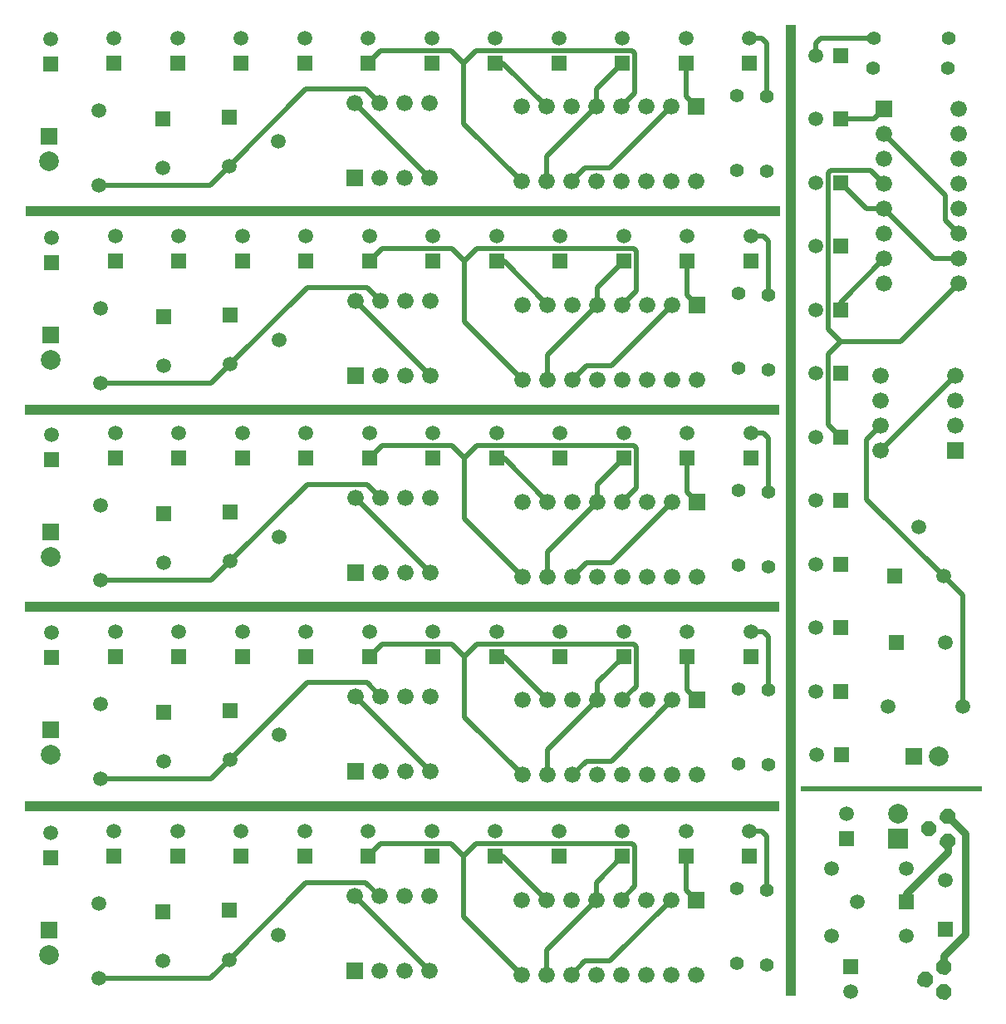
<source format=gtl>
G04 Layer_Physical_Order=1*
G04 Layer_Color=255*
%FSLAX25Y25*%
%MOIN*%
G70*
G01*
G75*
%ADD10C,0.03000*%
%ADD11C,0.02000*%
%ADD12R,0.72835X0.01968*%
%ADD13R,0.05905X0.05905*%
%ADD14C,0.05905*%
%ADD15R,0.05905X0.05905*%
%ADD16C,0.07874*%
%ADD17R,0.07874X0.07874*%
%ADD18R,3.03150X0.03937*%
%ADD19C,0.06600*%
%ADD20R,0.06600X0.06600*%
%ADD21R,0.07087X0.07087*%
%ADD22C,0.05512*%
%ADD23C,0.05937*%
%ADD24R,0.05937X0.05937*%
%ADD25R,0.03937X3.89764*%
%ADD26R,0.06600X0.06600*%
%ADD27R,0.07087X0.07087*%
%ADD28R,0.05937X0.05937*%
G36*
X374895Y81928D02*
X376601Y80066D01*
X376491Y77542D01*
X374629Y75836D01*
X372105Y75946D01*
X370399Y77808D01*
X370509Y80332D01*
X372371Y82038D01*
X374895Y81928D01*
D02*
G37*
G36*
X367395Y76928D02*
X369101Y75066D01*
X368991Y72542D01*
X367129Y70836D01*
X364605Y70946D01*
X362899Y72808D01*
X363009Y75332D01*
X364871Y77038D01*
X367395Y76928D01*
D02*
G37*
G36*
X374895Y71928D02*
X376601Y70066D01*
X376491Y67542D01*
X374629Y65836D01*
X372105Y65946D01*
X370399Y67808D01*
X370509Y70332D01*
X372371Y72038D01*
X374895Y71928D01*
D02*
G37*
G36*
X373395Y21428D02*
X375101Y19566D01*
X374991Y17042D01*
X373129Y15336D01*
X370605Y15446D01*
X368899Y17308D01*
X369009Y19832D01*
X370871Y21538D01*
X373395Y21428D01*
D02*
G37*
G36*
X365895Y16428D02*
X367601Y14566D01*
X367491Y12042D01*
X365629Y10336D01*
X363105Y10446D01*
X361399Y12308D01*
X361509Y14832D01*
X363371Y16538D01*
X365895Y16428D01*
D02*
G37*
G36*
X373395Y11428D02*
X375101Y9566D01*
X374991Y7042D01*
X373129Y5336D01*
X370605Y5446D01*
X368899Y7308D01*
X369009Y9832D01*
X370871Y11538D01*
X373395Y11428D01*
D02*
G37*
D10*
X356842Y44437D02*
Y47780D01*
X373500Y64437D01*
Y68937D01*
X372000Y18437D02*
Y22937D01*
X380500Y31437D01*
Y71937D01*
X373500Y78937D02*
X380500Y71937D01*
D11*
X325500Y274300D02*
X330500Y269300D01*
X325500Y274300D02*
Y337000D01*
X341000Y230000D02*
X346500Y235500D01*
X341000Y206000D02*
Y230000D01*
Y206000D02*
X371843Y175157D01*
X320500Y384000D02*
Y389000D01*
X322500Y391000D01*
X344000D01*
X354800Y269300D02*
X378000Y292500D01*
X330500Y358500D02*
X344000D01*
X348000Y362500D01*
X379500Y123000D02*
Y167500D01*
X371843Y175157D02*
X379500Y167500D01*
X346500Y225500D02*
X376500Y255500D01*
X342500Y338000D02*
X348000Y332500D01*
X326500Y338000D02*
X342500D01*
X325500Y337000D02*
X326500Y338000D01*
X330500Y282000D02*
Y285000D01*
X348000Y302500D01*
X325500Y236000D02*
X330500Y231000D01*
X325500Y236000D02*
Y264300D01*
X330500Y269300D01*
X354800D01*
X348000Y352500D02*
X372500Y328000D01*
Y318000D02*
Y328000D01*
Y318000D02*
X378000Y312500D01*
X368000Y302500D02*
X378000D01*
X348000Y322500D02*
X368000Y302500D01*
X341000Y322500D02*
X348000D01*
X330500Y333000D02*
X341000Y322500D01*
X179800Y143000D02*
X184800Y148000D01*
X247500D01*
X140500Y132500D02*
X146000Y127000D01*
X116500Y132500D02*
X140500D01*
X85657Y101657D02*
X116500Y132500D01*
X294500Y153000D02*
X299500D01*
X301500Y151000D01*
Y129500D02*
Y151000D01*
X179800Y118700D02*
X203000Y95500D01*
X269000Y129500D02*
Y143000D01*
Y129500D02*
X273000Y125500D01*
X33500Y94000D02*
X78000D01*
X85657Y101657D01*
X136000Y127000D02*
X166000Y97000D01*
X243000Y125500D02*
X248500Y131000D01*
Y147000D01*
X247500Y148000D02*
X248500Y147000D01*
X192500Y143000D02*
X195500D01*
X213000Y125500D01*
X141500Y143000D02*
X146500Y148000D01*
X174800D01*
X179800Y143000D01*
Y118700D02*
Y143000D01*
X238500Y101000D02*
X263000Y125500D01*
X228500Y101000D02*
X238500D01*
X223000Y95500D02*
X228500Y101000D01*
X213000Y95500D02*
Y105500D01*
X233000Y125500D01*
Y132500D01*
X243500Y143000D01*
X179800Y222500D02*
X184800Y227500D01*
X247500D01*
X140500Y212000D02*
X146000Y206500D01*
X116500Y212000D02*
X140500D01*
X85657Y181157D02*
X116500Y212000D01*
X294500Y232500D02*
X299500D01*
X301500Y230500D01*
Y209000D02*
Y230500D01*
X179800Y198200D02*
X203000Y175000D01*
X269000Y209000D02*
Y222500D01*
Y209000D02*
X273000Y205000D01*
X33500Y173500D02*
X78000D01*
X85657Y181157D01*
X136000Y206500D02*
X166000Y176500D01*
X243000Y205000D02*
X248500Y210500D01*
Y226500D01*
X247500Y227500D02*
X248500Y226500D01*
X192500Y222500D02*
X195500D01*
X213000Y205000D01*
X141500Y222500D02*
X146500Y227500D01*
X174800D01*
X179800Y222500D01*
Y198200D02*
Y222500D01*
X238500Y180500D02*
X263000Y205000D01*
X228500Y180500D02*
X238500D01*
X223000Y175000D02*
X228500Y180500D01*
X213000Y175000D02*
Y185000D01*
X233000Y205000D01*
Y212000D01*
X243500Y222500D01*
X179800Y301500D02*
X184800Y306500D01*
X247500D01*
X140500Y291000D02*
X146000Y285500D01*
X116500Y291000D02*
X140500D01*
X85657Y260157D02*
X116500Y291000D01*
X294500Y311500D02*
X299500D01*
X301500Y309500D01*
Y288000D02*
Y309500D01*
X179800Y277200D02*
X203000Y254000D01*
X269000Y288000D02*
Y301500D01*
Y288000D02*
X273000Y284000D01*
X33500Y252500D02*
X78000D01*
X85657Y260157D01*
X136000Y285500D02*
X166000Y255500D01*
X243000Y284000D02*
X248500Y289500D01*
Y305500D01*
X247500Y306500D02*
X248500Y305500D01*
X192500Y301500D02*
X195500D01*
X213000Y284000D01*
X141500Y301500D02*
X146500Y306500D01*
X174800D01*
X179800Y301500D01*
Y277200D02*
Y301500D01*
X238500Y259500D02*
X263000Y284000D01*
X228500Y259500D02*
X238500D01*
X223000Y254000D02*
X228500Y259500D01*
X213000Y254000D02*
Y264000D01*
X233000Y284000D01*
Y291000D01*
X243500Y301500D01*
X179300Y381000D02*
X184300Y386000D01*
X247000D01*
X140000Y370500D02*
X145500Y365000D01*
X116000Y370500D02*
X140000D01*
X85157Y339657D02*
X116000Y370500D01*
X294000Y391000D02*
X299000D01*
X301000Y389000D01*
Y367500D02*
Y389000D01*
X179300Y356700D02*
X202500Y333500D01*
X268500Y367500D02*
Y381000D01*
Y367500D02*
X272500Y363500D01*
X33000Y332000D02*
X77500D01*
X85157Y339657D01*
X135500Y365000D02*
X165500Y335000D01*
X242500Y363500D02*
X248000Y369000D01*
Y385000D01*
X247000Y386000D02*
X248000Y385000D01*
X192000Y381000D02*
X195000D01*
X212500Y363500D01*
X141000Y381000D02*
X146000Y386000D01*
X174300D01*
X179300Y381000D01*
Y356700D02*
Y381000D01*
X238000Y339000D02*
X262500Y363500D01*
X228000Y339000D02*
X238000D01*
X222500Y333500D02*
X228000Y339000D01*
X212500Y333500D02*
Y343500D01*
X232500Y363500D01*
Y370500D01*
X243000Y381000D01*
X232500Y52228D02*
X243000Y62728D01*
X232500Y45228D02*
Y52228D01*
X212500Y25228D02*
X232500Y45228D01*
X212500Y15228D02*
Y25228D01*
X222500Y15228D02*
X228000Y20728D01*
X238000D01*
X262500Y45228D01*
X179300Y38428D02*
Y62728D01*
X174300Y67728D02*
X179300Y62728D01*
X146000Y67728D02*
X174300D01*
X141000Y62728D02*
X146000Y67728D01*
X195000Y62728D02*
X212500Y45228D01*
X192000Y62728D02*
X195000D01*
X247000Y67728D02*
X248000Y66728D01*
Y50728D02*
Y66728D01*
X242500Y45228D02*
X248000Y50728D01*
X135500Y46728D02*
X165500Y16728D01*
X77500Y13728D02*
X85157Y21386D01*
X33000Y13728D02*
X77500D01*
X268500Y49228D02*
X272500Y45228D01*
X268500Y49228D02*
Y62728D01*
X179300Y38428D02*
X202500Y15228D01*
X301000Y49228D02*
Y70728D01*
X299000Y72728D02*
X301000Y70728D01*
X294000Y72728D02*
X299000D01*
X85157Y21386D02*
X116000Y52228D01*
X140000D01*
X145500Y46728D01*
X184300Y67728D02*
X247000D01*
X179300Y62728D02*
X184300Y67728D01*
D12*
X351000Y90000D02*
D03*
D13*
X372500Y33595D02*
D03*
X334500Y18437D02*
D03*
X333000Y69937D02*
D03*
X294500Y143000D02*
D03*
X269000D02*
D03*
X59000Y120685D02*
D03*
X243500Y143000D02*
D03*
X218000D02*
D03*
X192500D02*
D03*
X167000D02*
D03*
X141500D02*
D03*
X116000D02*
D03*
X90500D02*
D03*
X65000D02*
D03*
X39500D02*
D03*
X14000Y142500D02*
D03*
X294500Y222500D02*
D03*
X269000D02*
D03*
X59000Y200185D02*
D03*
X243500Y222500D02*
D03*
X218000D02*
D03*
X192500D02*
D03*
X167000D02*
D03*
X141500D02*
D03*
X116000D02*
D03*
X90500D02*
D03*
X65000D02*
D03*
X39500D02*
D03*
X14000Y222000D02*
D03*
X294500Y301500D02*
D03*
X269000D02*
D03*
X59000Y279185D02*
D03*
X243500Y301500D02*
D03*
X218000D02*
D03*
X192500D02*
D03*
X167000D02*
D03*
X141500D02*
D03*
X116000D02*
D03*
X90500D02*
D03*
X65000D02*
D03*
X39500D02*
D03*
X14000Y301000D02*
D03*
X294000Y381000D02*
D03*
X268500D02*
D03*
X58500Y358685D02*
D03*
X243000Y381000D02*
D03*
X217500D02*
D03*
X192000D02*
D03*
X166500D02*
D03*
X141000D02*
D03*
X115500D02*
D03*
X90000D02*
D03*
X64500D02*
D03*
X39000D02*
D03*
X13500Y380500D02*
D03*
X294000Y62728D02*
D03*
X268500D02*
D03*
X243000D02*
D03*
X217500D02*
D03*
X192000D02*
D03*
X166500D02*
D03*
X141000D02*
D03*
X115500D02*
D03*
X90000D02*
D03*
X64500D02*
D03*
X39000D02*
D03*
X13500Y62228D02*
D03*
X58500Y40413D02*
D03*
D14*
X372500Y53280D02*
D03*
X337158Y44437D02*
D03*
X334500Y8437D02*
D03*
X333000Y79937D02*
D03*
X372000Y8437D02*
D03*
X364500Y13437D02*
D03*
X372000Y18437D02*
D03*
X373500Y68937D02*
D03*
X366000Y73937D02*
D03*
X373500Y78937D02*
D03*
X357000Y30937D02*
D03*
X327000D02*
D03*
X357000Y57937D02*
D03*
X327000D02*
D03*
X320500Y384000D02*
D03*
Y358500D02*
D03*
X372500Y148500D02*
D03*
X320500Y333000D02*
D03*
X379500Y123000D02*
D03*
X349500D02*
D03*
X320500Y307500D02*
D03*
Y282000D02*
D03*
Y256500D02*
D03*
Y231000D02*
D03*
Y205500D02*
D03*
Y180000D02*
D03*
Y154500D02*
D03*
Y129000D02*
D03*
X321000Y103500D02*
D03*
X294500Y153000D02*
D03*
X269000D02*
D03*
X59000Y101000D02*
D03*
X243500Y153000D02*
D03*
X33500Y94000D02*
D03*
Y124000D02*
D03*
X218000Y153000D02*
D03*
X192500D02*
D03*
X167000D02*
D03*
X141500D02*
D03*
X116000D02*
D03*
X90500D02*
D03*
X65000D02*
D03*
X39500D02*
D03*
X14000Y152500D02*
D03*
X294500Y232500D02*
D03*
X269000D02*
D03*
X59000Y180500D02*
D03*
X243500Y232500D02*
D03*
X33500Y173500D02*
D03*
Y203500D02*
D03*
X218000Y232500D02*
D03*
X192500D02*
D03*
X167000D02*
D03*
X141500D02*
D03*
X116000D02*
D03*
X90500D02*
D03*
X65000D02*
D03*
X39500D02*
D03*
X14000Y232000D02*
D03*
X294500Y311500D02*
D03*
X269000D02*
D03*
X59000Y259500D02*
D03*
X243500Y311500D02*
D03*
X33500Y252500D02*
D03*
Y282500D02*
D03*
X218000Y311500D02*
D03*
X192500D02*
D03*
X167000D02*
D03*
X141500D02*
D03*
X116000D02*
D03*
X90500D02*
D03*
X65000D02*
D03*
X39500D02*
D03*
X14000Y311000D02*
D03*
X294000Y391000D02*
D03*
X268500D02*
D03*
X58500Y339000D02*
D03*
X243000Y391000D02*
D03*
X33000Y332000D02*
D03*
Y362000D02*
D03*
X217500Y391000D02*
D03*
X192000D02*
D03*
X166500D02*
D03*
X141000D02*
D03*
X115500D02*
D03*
X90000D02*
D03*
X64500D02*
D03*
X39000D02*
D03*
X13500Y390500D02*
D03*
X294000Y72728D02*
D03*
X268500D02*
D03*
X243000D02*
D03*
X217500D02*
D03*
X192000D02*
D03*
X166500D02*
D03*
X141000D02*
D03*
X115500D02*
D03*
X90000D02*
D03*
X64500D02*
D03*
X39000D02*
D03*
X13500Y72228D02*
D03*
X33000Y13728D02*
D03*
Y43728D02*
D03*
X58500Y20728D02*
D03*
D15*
X356842Y44437D02*
D03*
X330500Y384000D02*
D03*
Y358500D02*
D03*
X352815Y148500D02*
D03*
X330500Y333000D02*
D03*
Y307500D02*
D03*
Y282000D02*
D03*
Y256500D02*
D03*
Y231000D02*
D03*
Y205500D02*
D03*
Y180000D02*
D03*
Y154500D02*
D03*
Y129000D02*
D03*
X331000Y103500D02*
D03*
D16*
X353500Y79937D02*
D03*
X370000Y103000D02*
D03*
X13500Y103500D02*
D03*
Y183000D02*
D03*
Y262000D02*
D03*
X13000Y341500D02*
D03*
Y23228D02*
D03*
D17*
X353500Y69937D02*
D03*
D18*
X154500Y83000D02*
D03*
Y163000D02*
D03*
Y242000D02*
D03*
X155000Y321500D02*
D03*
D19*
X346500Y225500D02*
D03*
Y235500D02*
D03*
Y245500D02*
D03*
Y255500D02*
D03*
X376500D02*
D03*
Y245500D02*
D03*
Y235500D02*
D03*
X378000Y362500D02*
D03*
Y352500D02*
D03*
Y342500D02*
D03*
Y332500D02*
D03*
Y322500D02*
D03*
Y312500D02*
D03*
Y302500D02*
D03*
Y292500D02*
D03*
X348000D02*
D03*
Y302500D02*
D03*
Y312500D02*
D03*
Y322500D02*
D03*
Y332500D02*
D03*
Y342500D02*
D03*
Y352500D02*
D03*
X136000Y127000D02*
D03*
X146000D02*
D03*
X156000D02*
D03*
X166000D02*
D03*
Y97000D02*
D03*
X156000D02*
D03*
X146000D02*
D03*
X273000Y95500D02*
D03*
X263000D02*
D03*
X253000D02*
D03*
X243000D02*
D03*
X233000D02*
D03*
X223000D02*
D03*
X213000D02*
D03*
X203000D02*
D03*
Y125500D02*
D03*
X213000D02*
D03*
X223000D02*
D03*
X233000D02*
D03*
X243000D02*
D03*
X253000D02*
D03*
X263000D02*
D03*
X136000Y206500D02*
D03*
X146000D02*
D03*
X156000D02*
D03*
X166000D02*
D03*
Y176500D02*
D03*
X156000D02*
D03*
X146000D02*
D03*
X273000Y175000D02*
D03*
X263000D02*
D03*
X253000D02*
D03*
X243000D02*
D03*
X233000D02*
D03*
X223000D02*
D03*
X213000D02*
D03*
X203000D02*
D03*
Y205000D02*
D03*
X213000D02*
D03*
X223000D02*
D03*
X233000D02*
D03*
X243000D02*
D03*
X253000D02*
D03*
X263000D02*
D03*
X136000Y285500D02*
D03*
X146000D02*
D03*
X156000D02*
D03*
X166000D02*
D03*
Y255500D02*
D03*
X156000D02*
D03*
X146000D02*
D03*
X273000Y254000D02*
D03*
X263000D02*
D03*
X253000D02*
D03*
X243000D02*
D03*
X233000D02*
D03*
X223000D02*
D03*
X213000D02*
D03*
X203000D02*
D03*
Y284000D02*
D03*
X213000D02*
D03*
X223000D02*
D03*
X233000D02*
D03*
X243000D02*
D03*
X253000D02*
D03*
X263000D02*
D03*
X135500Y365000D02*
D03*
X145500D02*
D03*
X155500D02*
D03*
X165500D02*
D03*
Y335000D02*
D03*
X155500D02*
D03*
X145500D02*
D03*
X272500Y333500D02*
D03*
X262500D02*
D03*
X252500D02*
D03*
X242500D02*
D03*
X232500D02*
D03*
X222500D02*
D03*
X212500D02*
D03*
X202500D02*
D03*
Y363500D02*
D03*
X212500D02*
D03*
X222500D02*
D03*
X232500D02*
D03*
X242500D02*
D03*
X252500D02*
D03*
X262500D02*
D03*
X272500Y15228D02*
D03*
X262500D02*
D03*
X252500D02*
D03*
X242500D02*
D03*
X232500D02*
D03*
X222500D02*
D03*
X212500D02*
D03*
X202500D02*
D03*
Y45228D02*
D03*
X212500D02*
D03*
X222500D02*
D03*
X232500D02*
D03*
X242500D02*
D03*
X252500D02*
D03*
X262500D02*
D03*
X135500Y46728D02*
D03*
X145500D02*
D03*
X155500D02*
D03*
X165500D02*
D03*
Y16728D02*
D03*
X155500D02*
D03*
X145500D02*
D03*
D20*
X376500Y225500D02*
D03*
X348000Y362500D02*
D03*
D21*
X360000Y103000D02*
D03*
D22*
X373500Y379000D02*
D03*
X343500D02*
D03*
X374000Y391000D02*
D03*
X344000D02*
D03*
X289500Y100000D02*
D03*
Y130000D02*
D03*
X301500Y99500D02*
D03*
Y129500D02*
D03*
X289500Y179500D02*
D03*
Y209500D02*
D03*
X301500Y179000D02*
D03*
Y209000D02*
D03*
X289500Y258500D02*
D03*
Y288500D02*
D03*
X301500Y258000D02*
D03*
Y288000D02*
D03*
X289000Y338000D02*
D03*
Y368000D02*
D03*
X301000Y337500D02*
D03*
Y367500D02*
D03*
X289000Y19728D02*
D03*
Y49728D02*
D03*
X301000Y19228D02*
D03*
Y49228D02*
D03*
D23*
X371843Y175157D02*
D03*
X362000Y194843D02*
D03*
X85657Y101657D02*
D03*
X105343Y111500D02*
D03*
X85657Y181157D02*
D03*
X105343Y191000D02*
D03*
X85657Y260157D02*
D03*
X105343Y270000D02*
D03*
X85157Y339657D02*
D03*
X104843Y349500D02*
D03*
X85157Y21386D02*
D03*
X104843Y31228D02*
D03*
D24*
X352157Y175157D02*
D03*
D25*
X310500Y201500D02*
D03*
D26*
X136000Y97000D02*
D03*
X273000Y125500D02*
D03*
X136000Y176500D02*
D03*
X273000Y205000D02*
D03*
X136000Y255500D02*
D03*
X273000Y284000D02*
D03*
X135500Y335000D02*
D03*
X272500Y363500D02*
D03*
Y45228D02*
D03*
X135500Y16728D02*
D03*
D27*
X13500Y113500D02*
D03*
Y193000D02*
D03*
Y272000D02*
D03*
X13000Y351500D02*
D03*
Y33228D02*
D03*
D28*
X85657Y121343D02*
D03*
Y200843D02*
D03*
Y279843D02*
D03*
X85157Y359343D02*
D03*
Y41071D02*
D03*
M02*

</source>
